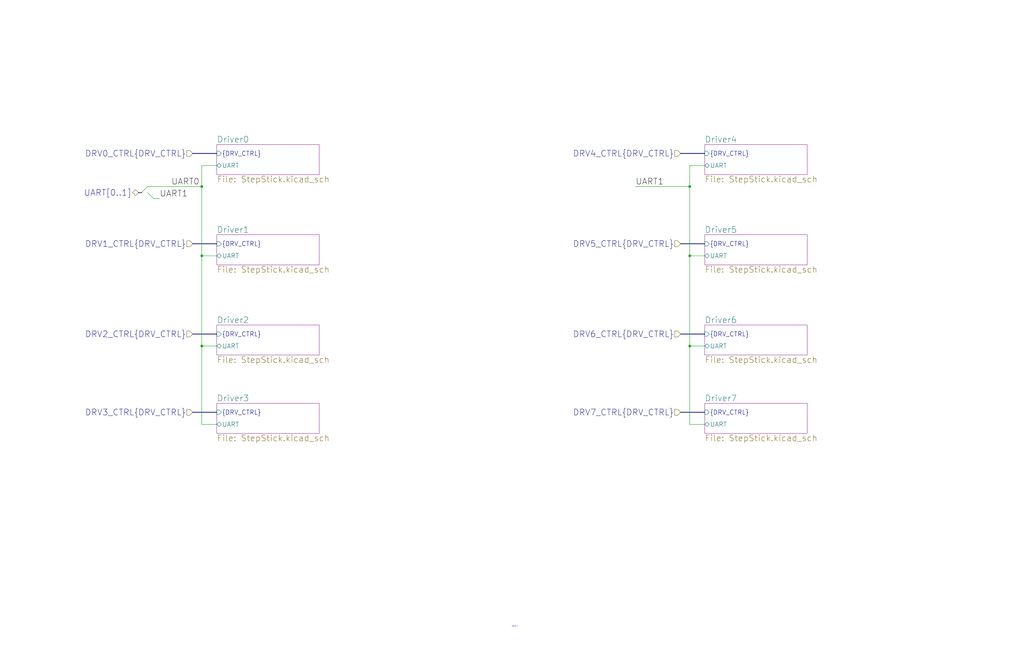
<source format=kicad_sch>
(kicad_sch (version 20200618) (host eeschema "5.99.0-unknown-1463dd1~101~ubuntu20.04.1")
  (page 1 13)
  (paper "B")
  (title_block (title "Motor Drivers") (date "2020-06-24") (rev "1.0") (comment 1 "Drawn by: Cameron McQuinn"))
  (lib_symbols)
  (junction (at 85.09 78.74))
  (junction (at 85.09 107.95))
  (junction (at 85.09 146.05))
  (junction (at 290.83 78.74))
  (junction (at 290.83 107.95))
  (junction (at 290.83 146.05))
  (bus_entry (at 59.69 81.28) (size 2.54 -2.54) (stroke (width 0.1524)))
  (bus_entry (at 62.23 81.28) (size 2.54 2.54) (stroke (width 0.1524)))
  (wire (pts (xy 62.23 78.74) (xy 85.09 78.74)))
  (wire (pts (xy 64.77 83.82) (xy 67.31 83.82)))
  (wire (pts (xy 85.09 69.85) (xy 85.09 78.74)))
  (wire (pts (xy 85.09 69.85) (xy 91.44 69.85)))
  (wire (pts (xy 85.09 78.74) (xy 85.09 107.95)))
  (wire (pts (xy 85.09 107.95) (xy 85.09 146.05)))
  (wire (pts (xy 85.09 107.95) (xy 91.44 107.95)))
  (wire (pts (xy 85.09 146.05) (xy 85.09 179.07)))
  (wire (pts (xy 85.09 146.05) (xy 91.44 146.05)))
  (wire (pts (xy 85.09 179.07) (xy 91.44 179.07)))
  (wire (pts (xy 267.97 78.74) (xy 290.83 78.74)))
  (wire (pts (xy 290.83 69.85) (xy 290.83 78.74)))
  (wire (pts (xy 290.83 69.85) (xy 297.18 69.85)))
  (wire (pts (xy 290.83 78.74) (xy 290.83 107.95)))
  (wire (pts (xy 290.83 107.95) (xy 290.83 146.05)))
  (wire (pts (xy 290.83 107.95) (xy 297.18 107.95)))
  (wire (pts (xy 290.83 146.05) (xy 290.83 179.07)))
  (wire (pts (xy 290.83 146.05) (xy 297.18 146.05)))
  (wire (pts (xy 290.83 179.07) (xy 297.18 179.07)))
  (bus (pts (xy 58.42 81.28) (xy 62.23 81.28)))
  (bus (pts (xy 81.28 64.77) (xy 91.44 64.77)))
  (bus (pts (xy 81.28 102.87) (xy 91.44 102.87)))
  (bus (pts (xy 81.28 140.97) (xy 91.44 140.97)))
  (bus (pts (xy 81.28 173.99) (xy 91.44 173.99)))
  (bus (pts (xy 287.02 64.77) (xy 297.18 64.77)))
  (bus (pts (xy 287.02 102.87) (xy 297.18 102.87)))
  (bus (pts (xy 287.02 140.97) (xy 297.18 140.97)))
  (bus (pts (xy 287.02 173.99) (xy 297.18 173.99)))
  (polyline (pts (xy 215.9 264.16) (xy 218.44 264.16)) (stroke (width 0) (type dash)))
  (label "UART1" (at 67.31 83.82 0) (effects (font (size 2.54 2.54))))
  (label "UART0" (at 72.2183 78.74 0) (effects (font (size 2.54 2.54))))
  (label "UART1" (at 267.97 78.74 0) (effects (font (size 2.54 2.54))))
  (hierarchical_label "UART[0..1]" (shape bidirectional) (at 58.42 81.28 180) (effects (font (size 2.54 2.54))))
  (hierarchical_label "DRV0_CTRL{DRV_CTRL}" (shape input) (at 81.28 64.77 180) (effects (font (size 2.54 2.54))))
  (hierarchical_label "DRV1_CTRL{DRV_CTRL}" (shape input) (at 81.28 102.87 180) (effects (font (size 2.54 2.54))))
  (hierarchical_label "DRV2_CTRL{DRV_CTRL}" (shape input) (at 81.28 140.97 180) (effects (font (size 2.54 2.54))))
  (hierarchical_label "DRV3_CTRL{DRV_CTRL}" (shape input) (at 81.28 173.99 180) (effects (font (size 2.54 2.54))))
  (hierarchical_label "DRV4_CTRL{DRV_CTRL}" (shape input) (at 287.02 64.77 180) (effects (font (size 2.54 2.54))))
  (hierarchical_label "DRV5_CTRL{DRV_CTRL}" (shape input) (at 287.02 102.87 180) (effects (font (size 2.54 2.54))))
  (hierarchical_label "DRV6_CTRL{DRV_CTRL}" (shape input) (at 287.02 140.97 180) (effects (font (size 2.54 2.54))))
  (hierarchical_label "DRV7_CTRL{DRV_CTRL}" (shape input) (at 287.02 173.99 180) (effects (font (size 2.54 2.54))))
  (sheet (at 91.44 60.96) (size 43.18 12.7) (stroke (width 0.0006) (color 132 0 132 1)) (fill (color 255 255 255 0.0000))
    (property "Sheet name" "Driver0" (at 91.44 60.3243 0) (effects (font (size 2.54 2.54)) (justify left bottom)))
    (property "Sheet file" "StepStick.kicad_sch" (at 91.44 74.168 0) (effects (font (size 2.54 2.54)) (justify left top)))
    (pin "{DRV_CTRL}" input (at 91.44 64.77 180) (effects (font (size 1.905 1.905))))
    (pin "UART" bidirectional (at 91.44 69.85 180) (effects (font (size 1.905 1.905))))
  )
  (sheet (at 91.44 99.06) (size 43.18 12.7) (stroke (width 0.0006) (color 132 0 132 1)) (fill (color 255 255 255 0.0000))
    (property "Sheet name" "Driver1" (at 91.44 98.4243 0) (effects (font (size 2.54 2.54)) (justify left bottom)))
    (property "Sheet file" "StepStick.kicad_sch" (at 91.44 112.268 0) (effects (font (size 2.54 2.54)) (justify left top)))
    (pin "{DRV_CTRL}" input (at 91.44 102.87 180) (effects (font (size 1.905 1.905))))
    (pin "UART" bidirectional (at 91.44 107.95 180) (effects (font (size 1.905 1.905))))
  )
  (sheet (at 91.44 137.16) (size 43.18 12.7) (stroke (width 0.0006) (color 132 0 132 1)) (fill (color 255 255 255 0.0000))
    (property "Sheet name" "Driver2" (at 91.44 136.5243 0) (effects (font (size 2.54 2.54)) (justify left bottom)))
    (property "Sheet file" "StepStick.kicad_sch" (at 91.44 150.368 0) (effects (font (size 2.54 2.54)) (justify left top)))
    (pin "{DRV_CTRL}" input (at 91.44 140.97 180) (effects (font (size 1.905 1.905))))
    (pin "UART" bidirectional (at 91.44 146.05 180) (effects (font (size 1.905 1.905))))
  )
  (sheet (at 91.44 170.18) (size 43.18 12.7) (stroke (width 0.0006) (color 132 0 132 1)) (fill (color 255 255 255 0.0000))
    (property "Sheet name" "Driver3" (at 91.44 169.5443 0) (effects (font (size 2.54 2.54)) (justify left bottom)))
    (property "Sheet file" "StepStick.kicad_sch" (at 91.44 183.388 0) (effects (font (size 2.54 2.54)) (justify left top)))
    (pin "{DRV_CTRL}" input (at 91.44 173.99 180) (effects (font (size 1.905 1.905))))
    (pin "UART" bidirectional (at 91.44 179.07 180) (effects (font (size 1.905 1.905))))
  )
  (sheet (at 297.18 60.96) (size 43.18 12.7) (stroke (width 0.0006) (color 132 0 132 1)) (fill (color 255 255 255 0.0000))
    (property "Sheet name" "Driver4" (at 297.18 60.3243 0) (effects (font (size 2.54 2.54)) (justify left bottom)))
    (property "Sheet file" "StepStick.kicad_sch" (at 297.18 74.168 0) (effects (font (size 2.54 2.54)) (justify left top)))
    (pin "{DRV_CTRL}" input (at 297.18 64.77 180) (effects (font (size 1.905 1.905))))
    (pin "UART" bidirectional (at 297.18 69.85 180) (effects (font (size 1.905 1.905))))
  )
  (sheet (at 297.18 99.06) (size 43.18 12.7) (stroke (width 0.0006) (color 132 0 132 1)) (fill (color 255 255 255 0.0000))
    (property "Sheet name" "Driver5" (at 297.18 98.4243 0) (effects (font (size 2.54 2.54)) (justify left bottom)))
    (property "Sheet file" "StepStick.kicad_sch" (at 297.18 112.268 0) (effects (font (size 2.54 2.54)) (justify left top)))
    (pin "{DRV_CTRL}" input (at 297.18 102.87 180) (effects (font (size 1.905 1.905))))
    (pin "UART" bidirectional (at 297.18 107.95 180) (effects (font (size 1.905 1.905))))
  )
  (sheet (at 297.18 137.16) (size 43.18 12.7) (stroke (width 0.0006) (color 132 0 132 1)) (fill (color 255 255 255 0.0000))
    (property "Sheet name" "Driver6" (at 297.18 136.5243 0) (effects (font (size 2.54 2.54)) (justify left bottom)))
    (property "Sheet file" "StepStick.kicad_sch" (at 297.18 150.368 0) (effects (font (size 2.54 2.54)) (justify left top)))
    (pin "{DRV_CTRL}" input (at 297.18 140.97 180) (effects (font (size 1.905 1.905))))
    (pin "UART" bidirectional (at 297.18 146.05 180) (effects (font (size 1.905 1.905))))
  )
  (sheet (at 297.18 170.18) (size 43.18 12.7) (stroke (width 0.0006) (color 132 0 132 1)) (fill (color 255 255 255 0.0000))
    (property "Sheet name" "Driver7" (at 297.18 169.5443 0) (effects (font (size 2.54 2.54)) (justify left bottom)))
    (property "Sheet file" "StepStick.kicad_sch" (at 297.18 183.388 0) (effects (font (size 2.54 2.54)) (justify left top)))
    (pin "{DRV_CTRL}" input (at 297.18 173.99 180) (effects (font (size 1.905 1.905))))
    (pin "UART" bidirectional (at 297.18 179.07 180) (effects (font (size 1.905 1.905))))
  )
)
</source>
